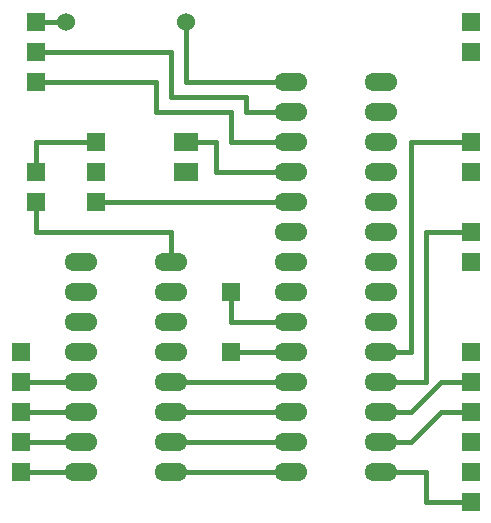
<source format=gbr>
%FSLAX35Y35*%
%MOIN*%
G04 EasyPC Gerber Version 18.0.8 Build 3632 *
%ADD15R,0.06000X0.06000*%
%ADD13O,0.11000X0.06000*%
%ADD17C,0.01500*%
%ADD14C,0.06000*%
%ADD16R,0.08000X0.06000*%
X0Y0D02*
D02*
D13*
X40171Y25171D03*
Y35171D03*
Y45171D03*
Y55171D03*
Y65171D03*
Y75171D03*
Y85171D03*
Y95171D03*
X70171Y25171D03*
Y35171D03*
Y45171D03*
Y55171D03*
Y65171D03*
Y75171D03*
Y85171D03*
Y95171D03*
X110171Y25171D03*
Y35171D03*
Y45171D03*
Y55171D03*
Y65171D03*
Y75171D03*
Y85171D03*
Y95171D03*
Y105171D03*
Y115171D03*
Y125171D03*
Y135171D03*
Y145171D03*
Y155171D03*
X140171Y25171D03*
Y35171D03*
Y45171D03*
Y55171D03*
Y65171D03*
Y75171D03*
Y85171D03*
Y95171D03*
Y105171D03*
Y115171D03*
Y125171D03*
Y135171D03*
Y145171D03*
Y155171D03*
D02*
D14*
X35171Y175171D03*
X75171D03*
D02*
D15*
X20171Y25171D03*
Y35171D03*
Y45171D03*
Y55171D03*
Y65171D03*
X25171Y115171D03*
Y125171D03*
Y155171D03*
Y165171D03*
Y175171D03*
X45171Y115171D03*
Y125171D03*
Y135171D03*
X90171Y65171D03*
Y85171D03*
X170171Y15171D03*
Y25171D03*
Y35171D03*
Y45171D03*
Y55171D03*
Y65171D03*
Y95171D03*
Y105171D03*
Y125171D03*
Y135171D03*
Y165171D03*
Y175171D03*
D02*
D16*
X75171Y125171D03*
Y135171D03*
D02*
D17*
X20171Y25171D02*
X40171D01*
X20171Y35171D02*
X40171D01*
X20171Y45171D02*
X40171D01*
X20171Y55171D02*
X40171D01*
X25171Y115171D02*
Y105171D01*
X70171*
Y95171*
X25171Y125171D02*
Y135171D01*
X45171*
X35171Y175171D02*
X25171D01*
X70171Y25171D02*
X110171D01*
X70171Y55171D02*
X110171D01*
X75171Y135171D02*
X85171D01*
Y125171*
X110171*
X75171Y175171D02*
Y155171D01*
X110171*
X90171Y65171D02*
X110171D01*
X90171Y85171D02*
Y75171D01*
X110171*
Y35171D02*
X70171D01*
X110171Y45171D02*
X70171D01*
X110171Y115171D02*
X45171D01*
X110171Y135171D02*
X90171D01*
Y145171*
X65171*
Y155171*
X25171*
X110171Y145171D02*
X95171D01*
Y150171*
X70171*
Y165171*
X25171*
X140171Y25171D02*
X155171D01*
Y15171*
X170171*
X140171Y35171D02*
X150171D01*
X160171Y45171*
X170171*
X140171D02*
X150171D01*
X160171Y55171*
X170171*
X140171D02*
X155171D01*
Y105171*
X170171*
X140171Y65171D02*
X150171D01*
Y135171*
X170171*
X0Y0D02*
M02*

</source>
